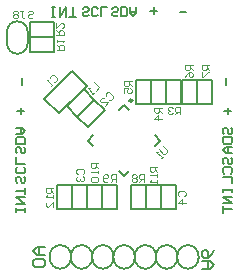
<source format=gbo>
G04*
G04 #@! TF.GenerationSoftware,Altium Limited,Altium Designer,19.0.10 (269)*
G04*
G04 Layer_Color=32896*
%FSLAX25Y25*%
%MOIN*%
G70*
G01*
G75*
%ADD10C,0.00800*%
%ADD12C,0.00787*%
%ADD14C,0.00700*%
%ADD15C,0.00400*%
%ADD66C,0.00984*%
%ADD67C,0.00600*%
%ADD68C,0.00402*%
D10*
X-32185Y36319D02*
G03*
X-35630Y39764I-3445J0D01*
G01*
Y28937D02*
G03*
X-32185Y32382I0J3445D01*
G01*
X-35630Y39764D02*
G03*
X-39075Y36319I0J-3445D01*
G01*
Y32382D02*
G03*
X-35630Y28937I3445J0D01*
G01*
X21260Y-42717D02*
G03*
X24803Y-39173I0J3543D01*
G01*
X17717D02*
G03*
X21260Y-42717I3543J0D01*
G01*
Y-34843D02*
G03*
X17717Y-38386I0J-3543D01*
G01*
X24803D02*
G03*
X21260Y-34843I-3543J0D01*
G01*
X14173Y-42717D02*
G03*
X17717Y-39173I0J3543D01*
G01*
X10630D02*
G03*
X14173Y-42717I3543J0D01*
G01*
Y-34843D02*
G03*
X10630Y-38386I0J-3543D01*
G01*
X17717D02*
G03*
X14173Y-34843I-3543J0D01*
G01*
X7087Y-42717D02*
G03*
X10630Y-39173I0J3543D01*
G01*
X3543D02*
G03*
X7087Y-42717I3543J0D01*
G01*
Y-34843D02*
G03*
X3543Y-38386I0J-3543D01*
G01*
X10630D02*
G03*
X7087Y-34843I-3543J0D01*
G01*
X0Y-42717D02*
G03*
X3543Y-39173I0J3543D01*
G01*
X-3543D02*
G03*
X0Y-42717I3543J0D01*
G01*
Y-34843D02*
G03*
X-3543Y-38386I0J-3543D01*
G01*
X3543D02*
G03*
X0Y-34843I-3543J0D01*
G01*
X-7086Y-42717D02*
G03*
X-3543Y-39173I0J3543D01*
G01*
X-10630D02*
G03*
X-7086Y-42717I3543J0D01*
G01*
Y-34843D02*
G03*
X-10630Y-38386I0J-3543D01*
G01*
X-3543D02*
G03*
X-7086Y-34843I-3543J0D01*
G01*
X-14173Y-42717D02*
G03*
X-10630Y-39173I0J3543D01*
G01*
X-17716D02*
G03*
X-14173Y-42717I3543J0D01*
G01*
Y-34843D02*
G03*
X-17716Y-38386I0J-3543D01*
G01*
X-10630D02*
G03*
X-14173Y-34843I-3543J0D01*
G01*
X-21260Y-42717D02*
G03*
X-17716Y-39173I0J3543D01*
G01*
X-24803D02*
G03*
X-21260Y-42717I3543J0D01*
G01*
Y-34843D02*
G03*
X-24803Y-38386I0J-3543D01*
G01*
X-17716D02*
G03*
X-21260Y-34843I-3543J0D01*
G01*
X-32185Y36319D02*
Y36319D01*
Y32382D02*
Y36319D01*
Y32382D02*
Y32382D01*
X-39075Y34350D02*
Y36319D01*
Y32382D02*
Y34350D01*
X24803Y-39173D02*
Y-38780D01*
X17717Y-39173D02*
Y-38780D01*
Y-38386D01*
X24803Y-38780D02*
Y-38386D01*
X17717Y-39173D02*
Y-38780D01*
X10630Y-39173D02*
Y-38780D01*
Y-38386D01*
X17717Y-38780D02*
Y-38386D01*
X10630Y-39173D02*
Y-38780D01*
X3543Y-39173D02*
Y-38780D01*
Y-38386D01*
X10630Y-38780D02*
Y-38386D01*
X3543Y-39173D02*
Y-38780D01*
X-3543Y-39173D02*
Y-38780D01*
Y-38386D01*
X3543Y-38780D02*
Y-38386D01*
X-3543Y-39173D02*
Y-38780D01*
X-10630Y-39173D02*
Y-38780D01*
Y-38386D01*
X-3543Y-38780D02*
Y-38386D01*
X-10630Y-39173D02*
Y-38780D01*
X-17716Y-39173D02*
Y-38780D01*
Y-38386D01*
X-10630Y-38780D02*
Y-38386D01*
X-17716Y-39173D02*
Y-38780D01*
X-24803Y-39173D02*
Y-38780D01*
Y-38386D01*
X-17716Y-38780D02*
Y-38386D01*
D12*
X0Y11971D02*
X1740Y10231D01*
X-1740D02*
X0Y11971D01*
X-11971Y0D02*
X-10231Y1740D01*
X-11971Y0D02*
X-10231Y-1740D01*
X-1740Y-10231D02*
X0Y-11971D01*
X1740Y-10231D01*
X10231Y1740D02*
X11971Y0D01*
X10231Y-1740D02*
X11971Y0D01*
D14*
X18619Y42857D02*
X20751D01*
X32893Y-15981D02*
Y-17047D01*
Y-16514D01*
X36092D01*
Y-15981D01*
Y-17047D01*
Y-18647D02*
X32893D01*
X36092Y-20779D01*
X32893D01*
Y-21846D02*
Y-23978D01*
Y-22912D01*
X36092D01*
X33426Y-7906D02*
X32893Y-7373D01*
Y-6306D01*
X33426Y-5773D01*
X33959D01*
X34492Y-6306D01*
Y-7373D01*
X35026Y-7906D01*
X35559D01*
X36092Y-7373D01*
Y-6306D01*
X35559Y-5773D01*
X33426Y-11105D02*
X32893Y-10572D01*
Y-9505D01*
X33426Y-8972D01*
X35559D01*
X36092Y-9505D01*
Y-10572D01*
X35559Y-11105D01*
X32893Y-12171D02*
X36092D01*
Y-14304D01*
X-11843Y41957D02*
X-12342Y41458D01*
X-13342D01*
X-13842Y41957D01*
Y42457D01*
X-13342Y42957D01*
X-12342D01*
X-11843Y43457D01*
Y43957D01*
X-12342Y44457D01*
X-13342D01*
X-13842Y43957D01*
X-8844Y41957D02*
X-9343Y41458D01*
X-10343D01*
X-10843Y41957D01*
Y43957D01*
X-10343Y44457D01*
X-9343D01*
X-8844Y43957D01*
X-7844Y41458D02*
Y44457D01*
X-5845D01*
X-34043Y18618D02*
Y20751D01*
X33426Y2134D02*
X32893Y2667D01*
Y3733D01*
X33426Y4266D01*
X33959D01*
X34492Y3733D01*
Y2667D01*
X35026Y2134D01*
X35559D01*
X36092Y2667D01*
Y3733D01*
X35559Y4266D01*
X32893Y1067D02*
X36092D01*
Y-532D01*
X35559Y-1065D01*
X33426D01*
X32893Y-532D01*
Y1067D01*
X36092Y-2132D02*
X33959D01*
X32893Y-3198D01*
X33959Y-4264D01*
X36092D01*
X34492D01*
Y-2132D01*
X34043Y20752D02*
Y18620D01*
X-33426Y-11976D02*
X-32893Y-12509D01*
Y-13576D01*
X-33426Y-14109D01*
X-33959D01*
X-34492Y-13576D01*
Y-12509D01*
X-35026Y-11976D01*
X-35559D01*
X-36092Y-12509D01*
Y-13576D01*
X-35559Y-14109D01*
X-33426Y-8777D02*
X-32893Y-9310D01*
Y-10377D01*
X-33426Y-10910D01*
X-35559D01*
X-36092Y-10377D01*
Y-9310D01*
X-35559Y-8777D01*
X-32893Y-7711D02*
X-36092D01*
Y-5578D01*
X-33426Y-2134D02*
X-32893Y-2667D01*
Y-3733D01*
X-33426Y-4266D01*
X-33959D01*
X-34492Y-3733D01*
Y-2667D01*
X-35026Y-2134D01*
X-35559D01*
X-36092Y-2667D01*
Y-3733D01*
X-35559Y-4266D01*
X-32893Y-1067D02*
X-36092D01*
Y532D01*
X-35559Y1065D01*
X-33426D01*
X-32893Y532D01*
Y-1067D01*
X-36092Y2132D02*
X-33959D01*
X-32893Y3198D01*
X-33959Y4264D01*
X-36092D01*
X-34492D01*
Y2132D01*
X25886Y-42919D02*
X28510D01*
X29822Y-41607D01*
X28510Y-40295D01*
X25886D01*
X27854D01*
Y-42919D01*
X29822Y-36359D02*
X29166Y-37671D01*
X27854Y-38983D01*
X26542D01*
X25886Y-38327D01*
Y-37015D01*
X26542Y-36359D01*
X27198D01*
X27854Y-37015D01*
Y-38983D01*
X-24078Y41161D02*
X-23012D01*
X-23545D01*
Y44360D01*
X-24078D01*
X-23012D01*
X-21413D02*
Y41161D01*
X-19280Y44360D01*
Y41161D01*
X-18214D02*
X-16081D01*
X-17147D01*
Y44360D01*
X-33426Y-2134D02*
X-32893Y-2667D01*
Y-3733D01*
X-33426Y-4266D01*
X-33959D01*
X-34492Y-3733D01*
Y-2667D01*
X-35026Y-2134D01*
X-35559D01*
X-36092Y-2667D01*
Y-3733D01*
X-35559Y-4266D01*
X-32893Y-1067D02*
X-36092D01*
Y532D01*
X-35559Y1065D01*
X-33426D01*
X-32893Y532D01*
Y-1067D01*
X-36092Y2132D02*
X-33959D01*
X-32893Y3198D01*
X-33959Y4264D01*
X-36092D01*
X-34492D01*
Y2132D01*
X-2000Y41957D02*
X-2500Y41458D01*
X-3500D01*
X-3999Y41957D01*
Y42457D01*
X-3500Y42957D01*
X-2500D01*
X-2000Y43457D01*
Y43957D01*
X-2500Y44457D01*
X-3500D01*
X-3999Y43957D01*
X-1001Y41458D02*
Y44457D01*
X499D01*
X999Y43957D01*
Y41957D01*
X499Y41458D01*
X-1001D01*
X1998Y44457D02*
Y42457D01*
X2998Y41458D01*
X3998Y42457D01*
Y44457D01*
Y42957D01*
X1998D01*
X-32893Y-23685D02*
Y-22618D01*
Y-23151D01*
X-36092D01*
Y-23685D01*
Y-22618D01*
Y-21019D02*
X-32893D01*
X-36092Y-18886D01*
X-32893D01*
Y-17820D02*
Y-15687D01*
Y-16754D01*
X-36092D01*
X8776Y43307D02*
X10909D01*
X9843Y42241D02*
Y44373D01*
X-34492Y8775D02*
Y10908D01*
X-33426Y9842D02*
X-35559D01*
X-26379Y-35500D02*
X-29002D01*
X-30314Y-36812D01*
X-29002Y-38124D01*
X-26379D01*
X-28346D01*
Y-35500D01*
X-29658Y-39435D02*
X-30314Y-40091D01*
Y-41403D01*
X-29658Y-42059D01*
X-27035D01*
X-26379Y-41403D01*
Y-40091D01*
X-27035Y-39435D01*
X-29658D01*
X34492Y10910D02*
Y8777D01*
X33426Y9843D02*
X35559D01*
D15*
X-10035Y19484D02*
X-8268Y17717D01*
X-9446Y16538D01*
X-10035Y15949D02*
X-10624Y15360D01*
X-10329Y15655D01*
X-12097Y17422D01*
X-11508D01*
X12800Y-1776D02*
X14272Y-3249D01*
Y-3838D01*
X13683Y-4427D01*
X13094D01*
X11622Y-2954D01*
X12800Y-5311D02*
X12211Y-5900D01*
X12505Y-5605D01*
X10738Y-3838D01*
X11327D01*
X11024Y-8661D02*
X8524D01*
Y-9911D01*
X8941Y-10328D01*
X9774D01*
X10191Y-9911D01*
Y-8661D01*
Y-9494D02*
X11024Y-10328D01*
Y-11161D02*
Y-11994D01*
Y-11577D01*
X8524D01*
X8941Y-11161D01*
X11024Y-13243D02*
Y-14076D01*
Y-13660D01*
X8524D01*
X8941Y-13243D01*
X-8661Y-7480D02*
X-11161D01*
Y-8730D01*
X-10744Y-9146D01*
X-9911D01*
X-9494Y-8730D01*
Y-7480D01*
Y-8313D02*
X-8661Y-9146D01*
Y-9979D02*
Y-10813D01*
Y-10396D01*
X-11161D01*
X-10744Y-9979D01*
Y-12062D02*
X-11161Y-12479D01*
Y-13312D01*
X-10744Y-13728D01*
X-9078D01*
X-8661Y-13312D01*
Y-12479D01*
X-9078Y-12062D01*
X-10744D01*
X-2756Y-13780D02*
Y-11280D01*
X-4005D01*
X-4422Y-11697D01*
Y-12530D01*
X-4005Y-12946D01*
X-2756D01*
X-3589D02*
X-4422Y-13780D01*
X-5255Y-13363D02*
X-5672Y-13780D01*
X-6505D01*
X-6921Y-13363D01*
Y-11697D01*
X-6505Y-11280D01*
X-5672D01*
X-5255Y-11697D01*
Y-12113D01*
X-5672Y-12530D01*
X-6921D01*
X6693Y-13780D02*
Y-11280D01*
X5443D01*
X5027Y-11697D01*
Y-12530D01*
X5443Y-12946D01*
X6693D01*
X5860D02*
X5027Y-13780D01*
X4194Y-11697D02*
X3777Y-11280D01*
X2944D01*
X2528Y-11697D01*
Y-12113D01*
X2944Y-12530D01*
X2528Y-12946D01*
Y-13363D01*
X2944Y-13780D01*
X3777D01*
X4194Y-13363D01*
Y-12946D01*
X3777Y-12530D01*
X4194Y-12113D01*
Y-11697D01*
X3777Y-12530D02*
X2944D01*
X12598Y11024D02*
X10099D01*
Y9774D01*
X10516Y9358D01*
X11349D01*
X11765Y9774D01*
Y11024D01*
Y10191D02*
X12598Y9358D01*
Y7275D02*
X10099D01*
X11349Y8524D01*
Y6858D01*
X18701Y8760D02*
Y11259D01*
X17451D01*
X17035Y10842D01*
Y10009D01*
X17451Y9593D01*
X18701D01*
X17868D02*
X17035Y8760D01*
X16202Y10842D02*
X15785Y11259D01*
X14952D01*
X14536Y10842D01*
Y10426D01*
X14952Y10009D01*
X15369D01*
X14952D01*
X14536Y9593D01*
Y9176D01*
X14952Y8760D01*
X15785D01*
X16202Y9176D01*
X18390Y-18595D02*
X17973Y-18179D01*
Y-17346D01*
X18390Y-16929D01*
X20056D01*
X20472Y-17346D01*
Y-18179D01*
X20056Y-18595D01*
X20472Y-20678D02*
X17973D01*
X19223Y-19428D01*
Y-21094D01*
X-15469Y-11115D02*
X-15885Y-10698D01*
Y-9865D01*
X-15469Y-9449D01*
X-13802D01*
X-13386Y-9865D01*
Y-10698D01*
X-13802Y-11115D01*
X-15469Y-11948D02*
X-15885Y-12365D01*
Y-13198D01*
X-15469Y-13614D01*
X-15052D01*
X-14635Y-13198D01*
Y-12781D01*
Y-13198D01*
X-14219Y-13614D01*
X-13802D01*
X-13386Y-13198D01*
Y-12365D01*
X-13802Y-11948D01*
X-24665Y20767D02*
Y21356D01*
X-24076Y21945D01*
X-23487D01*
X-22309Y20767D01*
Y20178D01*
X-22898Y19589D01*
X-23487D01*
X-23781Y18705D02*
X-24370Y18116D01*
X-24076Y18411D01*
X-25843Y20178D01*
X-25254D01*
X-6194Y14862D02*
Y15450D01*
X-5605Y16040D01*
X-5016D01*
X-3838Y14862D01*
Y14272D01*
X-4427Y13683D01*
X-5016D01*
X-6489Y11622D02*
X-5311Y12800D01*
X-7667D01*
X-7961Y13094D01*
Y13683D01*
X-7372Y14272D01*
X-6783D01*
X-23556Y-15748D02*
X-26055D01*
Y-16998D01*
X-25638Y-17414D01*
X-24805D01*
X-24389Y-16998D01*
Y-15748D01*
Y-16581D02*
X-23556Y-17414D01*
Y-18247D02*
Y-19080D01*
Y-18664D01*
X-26055D01*
X-25638Y-18247D01*
X-23556Y-21996D02*
Y-20330D01*
X-25222Y-21996D01*
X-25638D01*
X-26055Y-21579D01*
Y-20746D01*
X-25638Y-20330D01*
X2500Y19935D02*
X1D01*
Y18686D01*
X417Y18269D01*
X1250D01*
X1667Y18686D01*
Y19935D01*
Y19102D02*
X2500Y18269D01*
X1Y15770D02*
Y17436D01*
X1250D01*
X834Y16603D01*
Y16187D01*
X1250Y15770D01*
X2083D01*
X2500Y16187D01*
Y17020D01*
X2083Y17436D01*
X22835Y25197D02*
X20335D01*
Y23947D01*
X20752Y23531D01*
X21585D01*
X22002Y23947D01*
Y25197D01*
Y24364D02*
X22835Y23531D01*
X20335Y21032D02*
X20752Y21865D01*
X21585Y22698D01*
X22418D01*
X22835Y22281D01*
Y21448D01*
X22418Y21032D01*
X22002D01*
X21585Y21448D01*
Y22698D01*
X28346Y25197D02*
X25847D01*
Y23947D01*
X26264Y23531D01*
X27097D01*
X27513Y23947D01*
Y25197D01*
Y24364D02*
X28346Y23531D01*
X25847Y22698D02*
Y21032D01*
X26264D01*
X27930Y22698D01*
X28346D01*
D66*
X2719Y13363D02*
G03*
X2719Y13363I-492J0D01*
G01*
D67*
X-23362Y29488D02*
Y34488D01*
X-31362D02*
X-23362D01*
X-31362Y29488D02*
Y34488D01*
Y29488D02*
X-23362D01*
Y34508D02*
Y39508D01*
X-31362D02*
X-23362D01*
X-31362Y34508D02*
Y39508D01*
Y34508D02*
X-23362D01*
X-17264Y-22701D02*
Y-14701D01*
Y-22701D02*
X-12264D01*
Y-14701D01*
X-17264D02*
X-12264D01*
X-17284Y-22701D02*
Y-14701D01*
X-22284D02*
X-17284D01*
X-22284Y-22701D02*
Y-14701D01*
Y-22701D02*
X-17284D01*
X12342D02*
Y-14701D01*
X7343D02*
X12342D01*
X7343Y-22701D02*
Y-14701D01*
Y-22701D02*
X12342D01*
X-7343D02*
Y-14701D01*
X-12342D02*
X-7343D01*
X-12342Y-22701D02*
Y-14701D01*
Y-22701D02*
X-7343D01*
X-2421D02*
Y-14701D01*
X-7421D02*
X-2421D01*
X-7421Y-22701D02*
Y-14701D01*
Y-22701D02*
X-2421D01*
X7421D02*
Y-14701D01*
X2421D02*
X7421D01*
X2421Y-22701D02*
Y-14701D01*
Y-22701D02*
X7421D01*
X12264D02*
Y-14701D01*
Y-22701D02*
X17264D01*
Y-14701D01*
X12264D02*
X17264D01*
X-19163Y11538D02*
X-15628Y8002D01*
X-19163Y11538D02*
X-13506Y17195D01*
X-9971Y13659D01*
X-15628Y8002D02*
X-9971Y13659D01*
X-17418Y23213D02*
X-12468Y18263D01*
X-21660Y9071D02*
X-12468Y18263D01*
X-26610Y14020D02*
X-21660Y9071D01*
X-26610Y14020D02*
X-17418Y23213D01*
X24161Y12142D02*
Y20142D01*
X19161D02*
X24161D01*
X19161Y12142D02*
Y20142D01*
Y12142D02*
X24161D01*
X29272D02*
Y20142D01*
X24272D02*
X29272D01*
X24272Y12142D02*
Y20142D01*
Y12142D02*
X29272D01*
X3799D02*
X8799D01*
X3799D02*
Y20142D01*
X8799D01*
Y12142D02*
Y20142D01*
X-15620Y7994D02*
X-9963Y13651D01*
X-15620Y7994D02*
X-12084Y4459D01*
X-6427Y10116D01*
X-9963Y13651D02*
X-6427Y10116D01*
X19035Y12142D02*
Y20142D01*
X14035D02*
X19035D01*
X14035Y12142D02*
Y20142D01*
Y12142D02*
X19035D01*
X13917D02*
Y20142D01*
X8917D02*
X13917D01*
X8917Y12142D02*
Y20142D01*
Y12142D02*
X13917D01*
D68*
X-22539Y30217D02*
X-20040D01*
Y31466D01*
X-20457Y31883D01*
X-21290D01*
X-21706Y31466D01*
Y30217D01*
Y31050D02*
X-22539Y31883D01*
Y32716D02*
Y33549D01*
Y33132D01*
X-20040D01*
X-20457Y32716D01*
X-22638Y35039D02*
X-20139D01*
Y36289D01*
X-20555Y36705D01*
X-21388D01*
X-21805Y36289D01*
Y35039D01*
Y35872D02*
X-22638Y36705D01*
Y39205D02*
Y37539D01*
X-20972Y39205D01*
X-20555D01*
X-20139Y38788D01*
Y37955D01*
X-20555Y37539D01*
X-32079Y42929D02*
X-31663Y43346D01*
X-30830D01*
X-30413Y42929D01*
Y42513D01*
X-30830Y42096D01*
X-31663D01*
X-32079Y41679D01*
Y41263D01*
X-31663Y40846D01*
X-30830D01*
X-30413Y41263D01*
X-34579Y43346D02*
X-33746D01*
X-34162D01*
Y41263D01*
X-33746Y40846D01*
X-33329D01*
X-32913Y41263D01*
X-35412Y42929D02*
X-35828Y43346D01*
X-36661D01*
X-37078Y42929D01*
Y42513D01*
X-36661Y42096D01*
X-37078Y41679D01*
Y41263D01*
X-36661Y40846D01*
X-35828D01*
X-35412Y41263D01*
Y41679D01*
X-35828Y42096D01*
X-35412Y42513D01*
Y42929D01*
X-35828Y42096D02*
X-36661D01*
M02*

</source>
